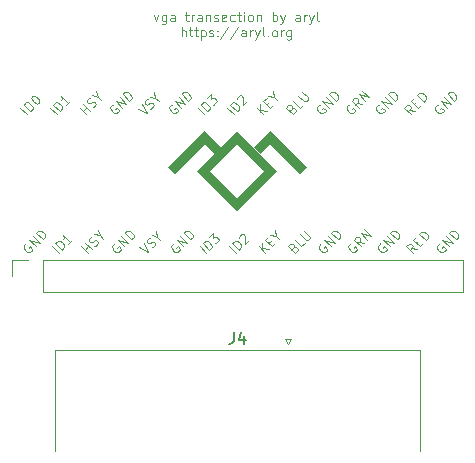
<source format=gbr>
%TF.GenerationSoftware,KiCad,Pcbnew,9.0.1*%
%TF.CreationDate,2025-10-18T13:32:14+03:00*%
%TF.ProjectId,transection-vga,7472616e-7365-4637-9469-6f6e2d766761,rev?*%
%TF.SameCoordinates,Original*%
%TF.FileFunction,Legend,Top*%
%TF.FilePolarity,Positive*%
%FSLAX46Y46*%
G04 Gerber Fmt 4.6, Leading zero omitted, Abs format (unit mm)*
G04 Created by KiCad (PCBNEW 9.0.1) date 2025-10-18 13:32:14*
%MOMM*%
%LPD*%
G01*
G04 APERTURE LIST*
%ADD10C,0.100000*%
%ADD11C,0.150000*%
%ADD12C,0.120000*%
%ADD13C,0.000000*%
G04 APERTURE END LIST*
D10*
X135537815Y-92495887D02*
X134972130Y-91930201D01*
X135807189Y-92226513D02*
X135241504Y-91660827D01*
X135241504Y-91660827D02*
X135376191Y-91526140D01*
X135376191Y-91526140D02*
X135483940Y-91472266D01*
X135483940Y-91472266D02*
X135591690Y-91472266D01*
X135591690Y-91472266D02*
X135672502Y-91499203D01*
X135672502Y-91499203D02*
X135807189Y-91580015D01*
X135807189Y-91580015D02*
X135888001Y-91660827D01*
X135888001Y-91660827D02*
X135968813Y-91795514D01*
X135968813Y-91795514D02*
X135995751Y-91876327D01*
X135995751Y-91876327D02*
X135995751Y-91984076D01*
X135995751Y-91984076D02*
X135941876Y-92091826D01*
X135941876Y-92091826D02*
X135807189Y-92226513D01*
X135834126Y-91175954D02*
X135834126Y-91122079D01*
X135834126Y-91122079D02*
X135861064Y-91041267D01*
X135861064Y-91041267D02*
X135995751Y-90906580D01*
X135995751Y-90906580D02*
X136076563Y-90879643D01*
X136076563Y-90879643D02*
X136130438Y-90879643D01*
X136130438Y-90879643D02*
X136211250Y-90906580D01*
X136211250Y-90906580D02*
X136265125Y-90960455D01*
X136265125Y-90960455D02*
X136319000Y-91068205D01*
X136319000Y-91068205D02*
X136319000Y-91714702D01*
X136319000Y-91714702D02*
X136669186Y-91364516D01*
X150861064Y-92172638D02*
X150403128Y-92091826D01*
X150537815Y-92495887D02*
X149972130Y-91930201D01*
X149972130Y-91930201D02*
X150187629Y-91714702D01*
X150187629Y-91714702D02*
X150268441Y-91687765D01*
X150268441Y-91687765D02*
X150322316Y-91687765D01*
X150322316Y-91687765D02*
X150403128Y-91714702D01*
X150403128Y-91714702D02*
X150483940Y-91795514D01*
X150483940Y-91795514D02*
X150510878Y-91876326D01*
X150510878Y-91876326D02*
X150510878Y-91930201D01*
X150510878Y-91930201D02*
X150483940Y-92011013D01*
X150483940Y-92011013D02*
X150268441Y-92226513D01*
X150807189Y-91633890D02*
X150995751Y-91445328D01*
X151372875Y-91660827D02*
X151103501Y-91930201D01*
X151103501Y-91930201D02*
X150537815Y-91364516D01*
X150537815Y-91364516D02*
X150807189Y-91095142D01*
X151615312Y-91418390D02*
X151049626Y-90852705D01*
X151049626Y-90852705D02*
X151184313Y-90718018D01*
X151184313Y-90718018D02*
X151292063Y-90664143D01*
X151292063Y-90664143D02*
X151399812Y-90664143D01*
X151399812Y-90664143D02*
X151480625Y-90691080D01*
X151480625Y-90691080D02*
X151615312Y-90771893D01*
X151615312Y-90771893D02*
X151696124Y-90852705D01*
X151696124Y-90852705D02*
X151776936Y-90987392D01*
X151776936Y-90987392D02*
X151803873Y-91068204D01*
X151803873Y-91068204D02*
X151803873Y-91175954D01*
X151803873Y-91175954D02*
X151749999Y-91283703D01*
X151749999Y-91283703D02*
X151615312Y-91418390D01*
X140430066Y-92011013D02*
X140537815Y-91957139D01*
X140537815Y-91957139D02*
X140591690Y-91957139D01*
X140591690Y-91957139D02*
X140672502Y-91984076D01*
X140672502Y-91984076D02*
X140753314Y-92064888D01*
X140753314Y-92064888D02*
X140780252Y-92145700D01*
X140780252Y-92145700D02*
X140780252Y-92199575D01*
X140780252Y-92199575D02*
X140753314Y-92280387D01*
X140753314Y-92280387D02*
X140537815Y-92495887D01*
X140537815Y-92495887D02*
X139972130Y-91930201D01*
X139972130Y-91930201D02*
X140160692Y-91741639D01*
X140160692Y-91741639D02*
X140241504Y-91714702D01*
X140241504Y-91714702D02*
X140295379Y-91714702D01*
X140295379Y-91714702D02*
X140376191Y-91741639D01*
X140376191Y-91741639D02*
X140430066Y-91795514D01*
X140430066Y-91795514D02*
X140457003Y-91876326D01*
X140457003Y-91876326D02*
X140457003Y-91930201D01*
X140457003Y-91930201D02*
X140430066Y-92011013D01*
X140430066Y-92011013D02*
X140241504Y-92199575D01*
X141372875Y-91660827D02*
X141103501Y-91930201D01*
X141103501Y-91930201D02*
X140537815Y-91364516D01*
X140995751Y-90906580D02*
X141453687Y-91364516D01*
X141453687Y-91364516D02*
X141534499Y-91391453D01*
X141534499Y-91391453D02*
X141588374Y-91391453D01*
X141588374Y-91391453D02*
X141669186Y-91364516D01*
X141669186Y-91364516D02*
X141776936Y-91256766D01*
X141776936Y-91256766D02*
X141803873Y-91175954D01*
X141803873Y-91175954D02*
X141803873Y-91122079D01*
X141803873Y-91122079D02*
X141776936Y-91041267D01*
X141776936Y-91041267D02*
X141319000Y-90583331D01*
X138198300Y-104245887D02*
X137632615Y-103680201D01*
X138521549Y-103922638D02*
X137955864Y-103841826D01*
X137955864Y-103356952D02*
X137955864Y-104003450D01*
X138467674Y-103383890D02*
X138656236Y-103195328D01*
X139033360Y-103410827D02*
X138763986Y-103680201D01*
X138763986Y-103680201D02*
X138198300Y-103114516D01*
X138198300Y-103114516D02*
X138467674Y-102845142D01*
X139114172Y-102791267D02*
X139383546Y-103060641D01*
X138629299Y-102683517D02*
X139114172Y-102791267D01*
X139114172Y-102791267D02*
X139006423Y-102306393D01*
X152955864Y-103410827D02*
X152875051Y-103437765D01*
X152875051Y-103437765D02*
X152794239Y-103518577D01*
X152794239Y-103518577D02*
X152740364Y-103626326D01*
X152740364Y-103626326D02*
X152740364Y-103734076D01*
X152740364Y-103734076D02*
X152767302Y-103814888D01*
X152767302Y-103814888D02*
X152848114Y-103949575D01*
X152848114Y-103949575D02*
X152928926Y-104030387D01*
X152928926Y-104030387D02*
X153063613Y-104111200D01*
X153063613Y-104111200D02*
X153144425Y-104138137D01*
X153144425Y-104138137D02*
X153252175Y-104138137D01*
X153252175Y-104138137D02*
X153359925Y-104084262D01*
X153359925Y-104084262D02*
X153413799Y-104030387D01*
X153413799Y-104030387D02*
X153467674Y-103922638D01*
X153467674Y-103922638D02*
X153467674Y-103868763D01*
X153467674Y-103868763D02*
X153279112Y-103680201D01*
X153279112Y-103680201D02*
X153171363Y-103787951D01*
X153763986Y-103680201D02*
X153198300Y-103114516D01*
X153198300Y-103114516D02*
X154087235Y-103356952D01*
X154087235Y-103356952D02*
X153521549Y-102791267D01*
X154356608Y-103087578D02*
X153790923Y-102521893D01*
X153790923Y-102521893D02*
X153925610Y-102387206D01*
X153925610Y-102387206D02*
X154033360Y-102333331D01*
X154033360Y-102333331D02*
X154141109Y-102333331D01*
X154141109Y-102333331D02*
X154221921Y-102360269D01*
X154221921Y-102360269D02*
X154356608Y-102441081D01*
X154356608Y-102441081D02*
X154437421Y-102521893D01*
X154437421Y-102521893D02*
X154518233Y-102656580D01*
X154518233Y-102656580D02*
X154545170Y-102737392D01*
X154545170Y-102737392D02*
X154545170Y-102845142D01*
X154545170Y-102845142D02*
X154491295Y-102952891D01*
X154491295Y-102952891D02*
X154356608Y-103087578D01*
X123198300Y-104245887D02*
X122632615Y-103680201D01*
X122901989Y-103949575D02*
X123225238Y-103626326D01*
X123521549Y-103922638D02*
X122955864Y-103356952D01*
X123737048Y-103653264D02*
X123844798Y-103599389D01*
X123844798Y-103599389D02*
X123979485Y-103464702D01*
X123979485Y-103464702D02*
X124006422Y-103383890D01*
X124006422Y-103383890D02*
X124006422Y-103330015D01*
X124006422Y-103330015D02*
X123979485Y-103249203D01*
X123979485Y-103249203D02*
X123925610Y-103195328D01*
X123925610Y-103195328D02*
X123844798Y-103168391D01*
X123844798Y-103168391D02*
X123790923Y-103168391D01*
X123790923Y-103168391D02*
X123710111Y-103195328D01*
X123710111Y-103195328D02*
X123575424Y-103276140D01*
X123575424Y-103276140D02*
X123494612Y-103303078D01*
X123494612Y-103303078D02*
X123440737Y-103303078D01*
X123440737Y-103303078D02*
X123359925Y-103276140D01*
X123359925Y-103276140D02*
X123306050Y-103222265D01*
X123306050Y-103222265D02*
X123279112Y-103141453D01*
X123279112Y-103141453D02*
X123279112Y-103087578D01*
X123279112Y-103087578D02*
X123306050Y-103006766D01*
X123306050Y-103006766D02*
X123440737Y-102872079D01*
X123440737Y-102872079D02*
X123548486Y-102818204D01*
X124168047Y-102737392D02*
X124437421Y-103006766D01*
X123683173Y-102629642D02*
X124168047Y-102737392D01*
X124168047Y-102737392D02*
X124060297Y-102252519D01*
X147955864Y-103410827D02*
X147875051Y-103437765D01*
X147875051Y-103437765D02*
X147794239Y-103518577D01*
X147794239Y-103518577D02*
X147740364Y-103626326D01*
X147740364Y-103626326D02*
X147740364Y-103734076D01*
X147740364Y-103734076D02*
X147767302Y-103814888D01*
X147767302Y-103814888D02*
X147848114Y-103949575D01*
X147848114Y-103949575D02*
X147928926Y-104030387D01*
X147928926Y-104030387D02*
X148063613Y-104111200D01*
X148063613Y-104111200D02*
X148144425Y-104138137D01*
X148144425Y-104138137D02*
X148252175Y-104138137D01*
X148252175Y-104138137D02*
X148359925Y-104084262D01*
X148359925Y-104084262D02*
X148413799Y-104030387D01*
X148413799Y-104030387D02*
X148467674Y-103922638D01*
X148467674Y-103922638D02*
X148467674Y-103868763D01*
X148467674Y-103868763D02*
X148279112Y-103680201D01*
X148279112Y-103680201D02*
X148171363Y-103787951D01*
X148763986Y-103680201D02*
X148198300Y-103114516D01*
X148198300Y-103114516D02*
X149087235Y-103356952D01*
X149087235Y-103356952D02*
X148521549Y-102791267D01*
X149356608Y-103087578D02*
X148790923Y-102521893D01*
X148790923Y-102521893D02*
X148925610Y-102387206D01*
X148925610Y-102387206D02*
X149033360Y-102333331D01*
X149033360Y-102333331D02*
X149141109Y-102333331D01*
X149141109Y-102333331D02*
X149221921Y-102360269D01*
X149221921Y-102360269D02*
X149356608Y-102441081D01*
X149356608Y-102441081D02*
X149437421Y-102521893D01*
X149437421Y-102521893D02*
X149518233Y-102656580D01*
X149518233Y-102656580D02*
X149545170Y-102737392D01*
X149545170Y-102737392D02*
X149545170Y-102845142D01*
X149545170Y-102845142D02*
X149491295Y-102952891D01*
X149491295Y-102952891D02*
X149356608Y-103087578D01*
X130455864Y-103410827D02*
X130375051Y-103437765D01*
X130375051Y-103437765D02*
X130294239Y-103518577D01*
X130294239Y-103518577D02*
X130240364Y-103626326D01*
X130240364Y-103626326D02*
X130240364Y-103734076D01*
X130240364Y-103734076D02*
X130267302Y-103814888D01*
X130267302Y-103814888D02*
X130348114Y-103949575D01*
X130348114Y-103949575D02*
X130428926Y-104030387D01*
X130428926Y-104030387D02*
X130563613Y-104111200D01*
X130563613Y-104111200D02*
X130644425Y-104138137D01*
X130644425Y-104138137D02*
X130752175Y-104138137D01*
X130752175Y-104138137D02*
X130859925Y-104084262D01*
X130859925Y-104084262D02*
X130913799Y-104030387D01*
X130913799Y-104030387D02*
X130967674Y-103922638D01*
X130967674Y-103922638D02*
X130967674Y-103868763D01*
X130967674Y-103868763D02*
X130779112Y-103680201D01*
X130779112Y-103680201D02*
X130671363Y-103787951D01*
X131263986Y-103680201D02*
X130698300Y-103114516D01*
X130698300Y-103114516D02*
X131587235Y-103356952D01*
X131587235Y-103356952D02*
X131021549Y-102791267D01*
X131856608Y-103087578D02*
X131290923Y-102521893D01*
X131290923Y-102521893D02*
X131425610Y-102387206D01*
X131425610Y-102387206D02*
X131533360Y-102333331D01*
X131533360Y-102333331D02*
X131641109Y-102333331D01*
X131641109Y-102333331D02*
X131721921Y-102360269D01*
X131721921Y-102360269D02*
X131856608Y-102441081D01*
X131856608Y-102441081D02*
X131937421Y-102521893D01*
X131937421Y-102521893D02*
X132018233Y-102656580D01*
X132018233Y-102656580D02*
X132045170Y-102737392D01*
X132045170Y-102737392D02*
X132045170Y-102845142D01*
X132045170Y-102845142D02*
X131991295Y-102952891D01*
X131991295Y-102952891D02*
X131856608Y-103087578D01*
X117955864Y-103410827D02*
X117875051Y-103437765D01*
X117875051Y-103437765D02*
X117794239Y-103518577D01*
X117794239Y-103518577D02*
X117740364Y-103626326D01*
X117740364Y-103626326D02*
X117740364Y-103734076D01*
X117740364Y-103734076D02*
X117767302Y-103814888D01*
X117767302Y-103814888D02*
X117848114Y-103949575D01*
X117848114Y-103949575D02*
X117928926Y-104030387D01*
X117928926Y-104030387D02*
X118063613Y-104111200D01*
X118063613Y-104111200D02*
X118144425Y-104138137D01*
X118144425Y-104138137D02*
X118252175Y-104138137D01*
X118252175Y-104138137D02*
X118359925Y-104084262D01*
X118359925Y-104084262D02*
X118413799Y-104030387D01*
X118413799Y-104030387D02*
X118467674Y-103922638D01*
X118467674Y-103922638D02*
X118467674Y-103868763D01*
X118467674Y-103868763D02*
X118279112Y-103680201D01*
X118279112Y-103680201D02*
X118171363Y-103787951D01*
X118763986Y-103680201D02*
X118198300Y-103114516D01*
X118198300Y-103114516D02*
X119087235Y-103356952D01*
X119087235Y-103356952D02*
X118521549Y-102791267D01*
X119356608Y-103087578D02*
X118790923Y-102521893D01*
X118790923Y-102521893D02*
X118925610Y-102387206D01*
X118925610Y-102387206D02*
X119033360Y-102333331D01*
X119033360Y-102333331D02*
X119141109Y-102333331D01*
X119141109Y-102333331D02*
X119221921Y-102360269D01*
X119221921Y-102360269D02*
X119356608Y-102441081D01*
X119356608Y-102441081D02*
X119437421Y-102521893D01*
X119437421Y-102521893D02*
X119518233Y-102656580D01*
X119518233Y-102656580D02*
X119545170Y-102737392D01*
X119545170Y-102737392D02*
X119545170Y-102845142D01*
X119545170Y-102845142D02*
X119491295Y-102952891D01*
X119491295Y-102952891D02*
X119356608Y-103087578D01*
X142955864Y-103410827D02*
X142875051Y-103437765D01*
X142875051Y-103437765D02*
X142794239Y-103518577D01*
X142794239Y-103518577D02*
X142740364Y-103626326D01*
X142740364Y-103626326D02*
X142740364Y-103734076D01*
X142740364Y-103734076D02*
X142767302Y-103814888D01*
X142767302Y-103814888D02*
X142848114Y-103949575D01*
X142848114Y-103949575D02*
X142928926Y-104030387D01*
X142928926Y-104030387D02*
X143063613Y-104111200D01*
X143063613Y-104111200D02*
X143144425Y-104138137D01*
X143144425Y-104138137D02*
X143252175Y-104138137D01*
X143252175Y-104138137D02*
X143359925Y-104084262D01*
X143359925Y-104084262D02*
X143413799Y-104030387D01*
X143413799Y-104030387D02*
X143467674Y-103922638D01*
X143467674Y-103922638D02*
X143467674Y-103868763D01*
X143467674Y-103868763D02*
X143279112Y-103680201D01*
X143279112Y-103680201D02*
X143171363Y-103787951D01*
X143763986Y-103680201D02*
X143198300Y-103114516D01*
X143198300Y-103114516D02*
X144087235Y-103356952D01*
X144087235Y-103356952D02*
X143521549Y-102791267D01*
X144356608Y-103087578D02*
X143790923Y-102521893D01*
X143790923Y-102521893D02*
X143925610Y-102387206D01*
X143925610Y-102387206D02*
X144033360Y-102333331D01*
X144033360Y-102333331D02*
X144141109Y-102333331D01*
X144141109Y-102333331D02*
X144221921Y-102360269D01*
X144221921Y-102360269D02*
X144356608Y-102441081D01*
X144356608Y-102441081D02*
X144437421Y-102521893D01*
X144437421Y-102521893D02*
X144518233Y-102656580D01*
X144518233Y-102656580D02*
X144545170Y-102737392D01*
X144545170Y-102737392D02*
X144545170Y-102845142D01*
X144545170Y-102845142D02*
X144491295Y-102952891D01*
X144491295Y-102952891D02*
X144356608Y-103087578D01*
X123037815Y-92495887D02*
X122472130Y-91930201D01*
X122741504Y-92199575D02*
X123064753Y-91876326D01*
X123361064Y-92172638D02*
X122795379Y-91606952D01*
X123576563Y-91903264D02*
X123684313Y-91849389D01*
X123684313Y-91849389D02*
X123819000Y-91714702D01*
X123819000Y-91714702D02*
X123845937Y-91633890D01*
X123845937Y-91633890D02*
X123845937Y-91580015D01*
X123845937Y-91580015D02*
X123819000Y-91499203D01*
X123819000Y-91499203D02*
X123765125Y-91445328D01*
X123765125Y-91445328D02*
X123684313Y-91418391D01*
X123684313Y-91418391D02*
X123630438Y-91418391D01*
X123630438Y-91418391D02*
X123549626Y-91445328D01*
X123549626Y-91445328D02*
X123414939Y-91526140D01*
X123414939Y-91526140D02*
X123334127Y-91553078D01*
X123334127Y-91553078D02*
X123280252Y-91553078D01*
X123280252Y-91553078D02*
X123199440Y-91526140D01*
X123199440Y-91526140D02*
X123145565Y-91472265D01*
X123145565Y-91472265D02*
X123118627Y-91391453D01*
X123118627Y-91391453D02*
X123118627Y-91337578D01*
X123118627Y-91337578D02*
X123145565Y-91256766D01*
X123145565Y-91256766D02*
X123280252Y-91122079D01*
X123280252Y-91122079D02*
X123388001Y-91068204D01*
X124007562Y-90987392D02*
X124276936Y-91256766D01*
X123522688Y-90879642D02*
X124007562Y-90987392D01*
X124007562Y-90987392D02*
X123899812Y-90502519D01*
X145295379Y-91660827D02*
X145214566Y-91687765D01*
X145214566Y-91687765D02*
X145133754Y-91768577D01*
X145133754Y-91768577D02*
X145079879Y-91876326D01*
X145079879Y-91876326D02*
X145079879Y-91984076D01*
X145079879Y-91984076D02*
X145106817Y-92064888D01*
X145106817Y-92064888D02*
X145187629Y-92199575D01*
X145187629Y-92199575D02*
X145268441Y-92280387D01*
X145268441Y-92280387D02*
X145403128Y-92361200D01*
X145403128Y-92361200D02*
X145483940Y-92388137D01*
X145483940Y-92388137D02*
X145591690Y-92388137D01*
X145591690Y-92388137D02*
X145699440Y-92334262D01*
X145699440Y-92334262D02*
X145753314Y-92280387D01*
X145753314Y-92280387D02*
X145807189Y-92172638D01*
X145807189Y-92172638D02*
X145807189Y-92118763D01*
X145807189Y-92118763D02*
X145618627Y-91930201D01*
X145618627Y-91930201D02*
X145510878Y-92037951D01*
X146426750Y-91606952D02*
X145968814Y-91526140D01*
X146103501Y-91930201D02*
X145537815Y-91364516D01*
X145537815Y-91364516D02*
X145753314Y-91149017D01*
X145753314Y-91149017D02*
X145834127Y-91122079D01*
X145834127Y-91122079D02*
X145888001Y-91122079D01*
X145888001Y-91122079D02*
X145968814Y-91149017D01*
X145968814Y-91149017D02*
X146049626Y-91229829D01*
X146049626Y-91229829D02*
X146076563Y-91310641D01*
X146076563Y-91310641D02*
X146076563Y-91364516D01*
X146076563Y-91364516D02*
X146049626Y-91445328D01*
X146049626Y-91445328D02*
X145834127Y-91660827D01*
X146669186Y-91364516D02*
X146103501Y-90798830D01*
X146103501Y-90798830D02*
X146992435Y-91041267D01*
X146992435Y-91041267D02*
X146426750Y-90475581D01*
X140590551Y-103761013D02*
X140698300Y-103707139D01*
X140698300Y-103707139D02*
X140752175Y-103707139D01*
X140752175Y-103707139D02*
X140832987Y-103734076D01*
X140832987Y-103734076D02*
X140913799Y-103814888D01*
X140913799Y-103814888D02*
X140940737Y-103895700D01*
X140940737Y-103895700D02*
X140940737Y-103949575D01*
X140940737Y-103949575D02*
X140913799Y-104030387D01*
X140913799Y-104030387D02*
X140698300Y-104245887D01*
X140698300Y-104245887D02*
X140132615Y-103680201D01*
X140132615Y-103680201D02*
X140321177Y-103491639D01*
X140321177Y-103491639D02*
X140401989Y-103464702D01*
X140401989Y-103464702D02*
X140455864Y-103464702D01*
X140455864Y-103464702D02*
X140536676Y-103491639D01*
X140536676Y-103491639D02*
X140590551Y-103545514D01*
X140590551Y-103545514D02*
X140617488Y-103626326D01*
X140617488Y-103626326D02*
X140617488Y-103680201D01*
X140617488Y-103680201D02*
X140590551Y-103761013D01*
X140590551Y-103761013D02*
X140401989Y-103949575D01*
X141533360Y-103410827D02*
X141263986Y-103680201D01*
X141263986Y-103680201D02*
X140698300Y-103114516D01*
X141156236Y-102656580D02*
X141614172Y-103114516D01*
X141614172Y-103114516D02*
X141694984Y-103141453D01*
X141694984Y-103141453D02*
X141748859Y-103141453D01*
X141748859Y-103141453D02*
X141829671Y-103114516D01*
X141829671Y-103114516D02*
X141937421Y-103006766D01*
X141937421Y-103006766D02*
X141964358Y-102925954D01*
X141964358Y-102925954D02*
X141964358Y-102872079D01*
X141964358Y-102872079D02*
X141937421Y-102791267D01*
X141937421Y-102791267D02*
X141479485Y-102333331D01*
X138037815Y-92495887D02*
X137472130Y-91930201D01*
X138361064Y-92172638D02*
X137795379Y-92091826D01*
X137795379Y-91606952D02*
X137795379Y-92253450D01*
X138307189Y-91633890D02*
X138495751Y-91445328D01*
X138872875Y-91660827D02*
X138603501Y-91930201D01*
X138603501Y-91930201D02*
X138037815Y-91364516D01*
X138037815Y-91364516D02*
X138307189Y-91095142D01*
X138953687Y-91041267D02*
X139223061Y-91310641D01*
X138468814Y-90933517D02*
X138953687Y-91041267D01*
X138953687Y-91041267D02*
X138845938Y-90556393D01*
X130295379Y-91660827D02*
X130214566Y-91687765D01*
X130214566Y-91687765D02*
X130133754Y-91768577D01*
X130133754Y-91768577D02*
X130079879Y-91876326D01*
X130079879Y-91876326D02*
X130079879Y-91984076D01*
X130079879Y-91984076D02*
X130106817Y-92064888D01*
X130106817Y-92064888D02*
X130187629Y-92199575D01*
X130187629Y-92199575D02*
X130268441Y-92280387D01*
X130268441Y-92280387D02*
X130403128Y-92361200D01*
X130403128Y-92361200D02*
X130483940Y-92388137D01*
X130483940Y-92388137D02*
X130591690Y-92388137D01*
X130591690Y-92388137D02*
X130699440Y-92334262D01*
X130699440Y-92334262D02*
X130753314Y-92280387D01*
X130753314Y-92280387D02*
X130807189Y-92172638D01*
X130807189Y-92172638D02*
X130807189Y-92118763D01*
X130807189Y-92118763D02*
X130618627Y-91930201D01*
X130618627Y-91930201D02*
X130510878Y-92037951D01*
X131103501Y-91930201D02*
X130537815Y-91364516D01*
X130537815Y-91364516D02*
X131426750Y-91606952D01*
X131426750Y-91606952D02*
X130861064Y-91041267D01*
X131696123Y-91337578D02*
X131130438Y-90771893D01*
X131130438Y-90771893D02*
X131265125Y-90637206D01*
X131265125Y-90637206D02*
X131372875Y-90583331D01*
X131372875Y-90583331D02*
X131480624Y-90583331D01*
X131480624Y-90583331D02*
X131561436Y-90610269D01*
X131561436Y-90610269D02*
X131696123Y-90691081D01*
X131696123Y-90691081D02*
X131776936Y-90771893D01*
X131776936Y-90771893D02*
X131857748Y-90906580D01*
X131857748Y-90906580D02*
X131884685Y-90987392D01*
X131884685Y-90987392D02*
X131884685Y-91095142D01*
X131884685Y-91095142D02*
X131830810Y-91202891D01*
X131830810Y-91202891D02*
X131696123Y-91337578D01*
X127391318Y-92011013D02*
X128145565Y-92388137D01*
X128145565Y-92388137D02*
X127768441Y-91633890D01*
X128468813Y-92011014D02*
X128576563Y-91957139D01*
X128576563Y-91957139D02*
X128711250Y-91822452D01*
X128711250Y-91822452D02*
X128738188Y-91741640D01*
X128738188Y-91741640D02*
X128738188Y-91687765D01*
X128738188Y-91687765D02*
X128711250Y-91606953D01*
X128711250Y-91606953D02*
X128657375Y-91553078D01*
X128657375Y-91553078D02*
X128576563Y-91526140D01*
X128576563Y-91526140D02*
X128522688Y-91526140D01*
X128522688Y-91526140D02*
X128441876Y-91553078D01*
X128441876Y-91553078D02*
X128307189Y-91633890D01*
X128307189Y-91633890D02*
X128226377Y-91660827D01*
X128226377Y-91660827D02*
X128172502Y-91660827D01*
X128172502Y-91660827D02*
X128091690Y-91633890D01*
X128091690Y-91633890D02*
X128037815Y-91580015D01*
X128037815Y-91580015D02*
X128010878Y-91499203D01*
X128010878Y-91499203D02*
X128010878Y-91445328D01*
X128010878Y-91445328D02*
X128037815Y-91364516D01*
X128037815Y-91364516D02*
X128172502Y-91229829D01*
X128172502Y-91229829D02*
X128280252Y-91175954D01*
X128899812Y-91095142D02*
X129169186Y-91364516D01*
X128414939Y-90987392D02*
X128899812Y-91095142D01*
X128899812Y-91095142D02*
X128792062Y-90610269D01*
X120537815Y-92495887D02*
X119972130Y-91930201D01*
X120807189Y-92226513D02*
X120241504Y-91660827D01*
X120241504Y-91660827D02*
X120376191Y-91526140D01*
X120376191Y-91526140D02*
X120483940Y-91472266D01*
X120483940Y-91472266D02*
X120591690Y-91472266D01*
X120591690Y-91472266D02*
X120672502Y-91499203D01*
X120672502Y-91499203D02*
X120807189Y-91580015D01*
X120807189Y-91580015D02*
X120888001Y-91660827D01*
X120888001Y-91660827D02*
X120968813Y-91795514D01*
X120968813Y-91795514D02*
X120995751Y-91876327D01*
X120995751Y-91876327D02*
X120995751Y-91984076D01*
X120995751Y-91984076D02*
X120941876Y-92091826D01*
X120941876Y-92091826D02*
X120807189Y-92226513D01*
X121669186Y-91364516D02*
X121345937Y-91687765D01*
X121507561Y-91526140D02*
X120941876Y-90960455D01*
X120941876Y-90960455D02*
X120968813Y-91095142D01*
X120968813Y-91095142D02*
X120968813Y-91202892D01*
X120968813Y-91202892D02*
X120941876Y-91283704D01*
X125295379Y-91660827D02*
X125214566Y-91687765D01*
X125214566Y-91687765D02*
X125133754Y-91768577D01*
X125133754Y-91768577D02*
X125079879Y-91876326D01*
X125079879Y-91876326D02*
X125079879Y-91984076D01*
X125079879Y-91984076D02*
X125106817Y-92064888D01*
X125106817Y-92064888D02*
X125187629Y-92199575D01*
X125187629Y-92199575D02*
X125268441Y-92280387D01*
X125268441Y-92280387D02*
X125403128Y-92361200D01*
X125403128Y-92361200D02*
X125483940Y-92388137D01*
X125483940Y-92388137D02*
X125591690Y-92388137D01*
X125591690Y-92388137D02*
X125699440Y-92334262D01*
X125699440Y-92334262D02*
X125753314Y-92280387D01*
X125753314Y-92280387D02*
X125807189Y-92172638D01*
X125807189Y-92172638D02*
X125807189Y-92118763D01*
X125807189Y-92118763D02*
X125618627Y-91930201D01*
X125618627Y-91930201D02*
X125510878Y-92037951D01*
X126103501Y-91930201D02*
X125537815Y-91364516D01*
X125537815Y-91364516D02*
X126426750Y-91606952D01*
X126426750Y-91606952D02*
X125861064Y-91041267D01*
X126696123Y-91337578D02*
X126130438Y-90771893D01*
X126130438Y-90771893D02*
X126265125Y-90637206D01*
X126265125Y-90637206D02*
X126372875Y-90583331D01*
X126372875Y-90583331D02*
X126480624Y-90583331D01*
X126480624Y-90583331D02*
X126561436Y-90610269D01*
X126561436Y-90610269D02*
X126696123Y-90691081D01*
X126696123Y-90691081D02*
X126776936Y-90771893D01*
X126776936Y-90771893D02*
X126857748Y-90906580D01*
X126857748Y-90906580D02*
X126884685Y-90987392D01*
X126884685Y-90987392D02*
X126884685Y-91095142D01*
X126884685Y-91095142D02*
X126830810Y-91202891D01*
X126830810Y-91202891D02*
X126696123Y-91337578D01*
X128778569Y-84075606D02*
X128969045Y-84608940D01*
X128969045Y-84608940D02*
X129159522Y-84075606D01*
X129807141Y-84075606D02*
X129807141Y-84723225D01*
X129807141Y-84723225D02*
X129769046Y-84799416D01*
X129769046Y-84799416D02*
X129730950Y-84837511D01*
X129730950Y-84837511D02*
X129654760Y-84875606D01*
X129654760Y-84875606D02*
X129540474Y-84875606D01*
X129540474Y-84875606D02*
X129464284Y-84837511D01*
X129807141Y-84570845D02*
X129730950Y-84608940D01*
X129730950Y-84608940D02*
X129578569Y-84608940D01*
X129578569Y-84608940D02*
X129502379Y-84570845D01*
X129502379Y-84570845D02*
X129464284Y-84532749D01*
X129464284Y-84532749D02*
X129426188Y-84456559D01*
X129426188Y-84456559D02*
X129426188Y-84227987D01*
X129426188Y-84227987D02*
X129464284Y-84151797D01*
X129464284Y-84151797D02*
X129502379Y-84113702D01*
X129502379Y-84113702D02*
X129578569Y-84075606D01*
X129578569Y-84075606D02*
X129730950Y-84075606D01*
X129730950Y-84075606D02*
X129807141Y-84113702D01*
X130530951Y-84608940D02*
X130530951Y-84189892D01*
X130530951Y-84189892D02*
X130492856Y-84113702D01*
X130492856Y-84113702D02*
X130416665Y-84075606D01*
X130416665Y-84075606D02*
X130264284Y-84075606D01*
X130264284Y-84075606D02*
X130188094Y-84113702D01*
X130530951Y-84570845D02*
X130454760Y-84608940D01*
X130454760Y-84608940D02*
X130264284Y-84608940D01*
X130264284Y-84608940D02*
X130188094Y-84570845D01*
X130188094Y-84570845D02*
X130149998Y-84494654D01*
X130149998Y-84494654D02*
X130149998Y-84418464D01*
X130149998Y-84418464D02*
X130188094Y-84342273D01*
X130188094Y-84342273D02*
X130264284Y-84304178D01*
X130264284Y-84304178D02*
X130454760Y-84304178D01*
X130454760Y-84304178D02*
X130530951Y-84266083D01*
X131407142Y-84075606D02*
X131711904Y-84075606D01*
X131521428Y-83808940D02*
X131521428Y-84494654D01*
X131521428Y-84494654D02*
X131559523Y-84570845D01*
X131559523Y-84570845D02*
X131635713Y-84608940D01*
X131635713Y-84608940D02*
X131711904Y-84608940D01*
X131978571Y-84608940D02*
X131978571Y-84075606D01*
X131978571Y-84227987D02*
X132016666Y-84151797D01*
X132016666Y-84151797D02*
X132054761Y-84113702D01*
X132054761Y-84113702D02*
X132130952Y-84075606D01*
X132130952Y-84075606D02*
X132207142Y-84075606D01*
X132816666Y-84608940D02*
X132816666Y-84189892D01*
X132816666Y-84189892D02*
X132778571Y-84113702D01*
X132778571Y-84113702D02*
X132702380Y-84075606D01*
X132702380Y-84075606D02*
X132549999Y-84075606D01*
X132549999Y-84075606D02*
X132473809Y-84113702D01*
X132816666Y-84570845D02*
X132740475Y-84608940D01*
X132740475Y-84608940D02*
X132549999Y-84608940D01*
X132549999Y-84608940D02*
X132473809Y-84570845D01*
X132473809Y-84570845D02*
X132435713Y-84494654D01*
X132435713Y-84494654D02*
X132435713Y-84418464D01*
X132435713Y-84418464D02*
X132473809Y-84342273D01*
X132473809Y-84342273D02*
X132549999Y-84304178D01*
X132549999Y-84304178D02*
X132740475Y-84304178D01*
X132740475Y-84304178D02*
X132816666Y-84266083D01*
X133197619Y-84075606D02*
X133197619Y-84608940D01*
X133197619Y-84151797D02*
X133235714Y-84113702D01*
X133235714Y-84113702D02*
X133311904Y-84075606D01*
X133311904Y-84075606D02*
X133426190Y-84075606D01*
X133426190Y-84075606D02*
X133502381Y-84113702D01*
X133502381Y-84113702D02*
X133540476Y-84189892D01*
X133540476Y-84189892D02*
X133540476Y-84608940D01*
X133883333Y-84570845D02*
X133959524Y-84608940D01*
X133959524Y-84608940D02*
X134111905Y-84608940D01*
X134111905Y-84608940D02*
X134188095Y-84570845D01*
X134188095Y-84570845D02*
X134226191Y-84494654D01*
X134226191Y-84494654D02*
X134226191Y-84456559D01*
X134226191Y-84456559D02*
X134188095Y-84380368D01*
X134188095Y-84380368D02*
X134111905Y-84342273D01*
X134111905Y-84342273D02*
X133997619Y-84342273D01*
X133997619Y-84342273D02*
X133921429Y-84304178D01*
X133921429Y-84304178D02*
X133883333Y-84227987D01*
X133883333Y-84227987D02*
X133883333Y-84189892D01*
X133883333Y-84189892D02*
X133921429Y-84113702D01*
X133921429Y-84113702D02*
X133997619Y-84075606D01*
X133997619Y-84075606D02*
X134111905Y-84075606D01*
X134111905Y-84075606D02*
X134188095Y-84113702D01*
X134873810Y-84570845D02*
X134797619Y-84608940D01*
X134797619Y-84608940D02*
X134645238Y-84608940D01*
X134645238Y-84608940D02*
X134569048Y-84570845D01*
X134569048Y-84570845D02*
X134530952Y-84494654D01*
X134530952Y-84494654D02*
X134530952Y-84189892D01*
X134530952Y-84189892D02*
X134569048Y-84113702D01*
X134569048Y-84113702D02*
X134645238Y-84075606D01*
X134645238Y-84075606D02*
X134797619Y-84075606D01*
X134797619Y-84075606D02*
X134873810Y-84113702D01*
X134873810Y-84113702D02*
X134911905Y-84189892D01*
X134911905Y-84189892D02*
X134911905Y-84266083D01*
X134911905Y-84266083D02*
X134530952Y-84342273D01*
X135597619Y-84570845D02*
X135521428Y-84608940D01*
X135521428Y-84608940D02*
X135369047Y-84608940D01*
X135369047Y-84608940D02*
X135292857Y-84570845D01*
X135292857Y-84570845D02*
X135254762Y-84532749D01*
X135254762Y-84532749D02*
X135216666Y-84456559D01*
X135216666Y-84456559D02*
X135216666Y-84227987D01*
X135216666Y-84227987D02*
X135254762Y-84151797D01*
X135254762Y-84151797D02*
X135292857Y-84113702D01*
X135292857Y-84113702D02*
X135369047Y-84075606D01*
X135369047Y-84075606D02*
X135521428Y-84075606D01*
X135521428Y-84075606D02*
X135597619Y-84113702D01*
X135826190Y-84075606D02*
X136130952Y-84075606D01*
X135940476Y-83808940D02*
X135940476Y-84494654D01*
X135940476Y-84494654D02*
X135978571Y-84570845D01*
X135978571Y-84570845D02*
X136054761Y-84608940D01*
X136054761Y-84608940D02*
X136130952Y-84608940D01*
X136397619Y-84608940D02*
X136397619Y-84075606D01*
X136397619Y-83808940D02*
X136359523Y-83847035D01*
X136359523Y-83847035D02*
X136397619Y-83885130D01*
X136397619Y-83885130D02*
X136435714Y-83847035D01*
X136435714Y-83847035D02*
X136397619Y-83808940D01*
X136397619Y-83808940D02*
X136397619Y-83885130D01*
X136892856Y-84608940D02*
X136816666Y-84570845D01*
X136816666Y-84570845D02*
X136778571Y-84532749D01*
X136778571Y-84532749D02*
X136740475Y-84456559D01*
X136740475Y-84456559D02*
X136740475Y-84227987D01*
X136740475Y-84227987D02*
X136778571Y-84151797D01*
X136778571Y-84151797D02*
X136816666Y-84113702D01*
X136816666Y-84113702D02*
X136892856Y-84075606D01*
X136892856Y-84075606D02*
X137007142Y-84075606D01*
X137007142Y-84075606D02*
X137083333Y-84113702D01*
X137083333Y-84113702D02*
X137121428Y-84151797D01*
X137121428Y-84151797D02*
X137159523Y-84227987D01*
X137159523Y-84227987D02*
X137159523Y-84456559D01*
X137159523Y-84456559D02*
X137121428Y-84532749D01*
X137121428Y-84532749D02*
X137083333Y-84570845D01*
X137083333Y-84570845D02*
X137007142Y-84608940D01*
X137007142Y-84608940D02*
X136892856Y-84608940D01*
X137502381Y-84075606D02*
X137502381Y-84608940D01*
X137502381Y-84151797D02*
X137540476Y-84113702D01*
X137540476Y-84113702D02*
X137616666Y-84075606D01*
X137616666Y-84075606D02*
X137730952Y-84075606D01*
X137730952Y-84075606D02*
X137807143Y-84113702D01*
X137807143Y-84113702D02*
X137845238Y-84189892D01*
X137845238Y-84189892D02*
X137845238Y-84608940D01*
X138835715Y-84608940D02*
X138835715Y-83808940D01*
X138835715Y-84113702D02*
X138911905Y-84075606D01*
X138911905Y-84075606D02*
X139064286Y-84075606D01*
X139064286Y-84075606D02*
X139140477Y-84113702D01*
X139140477Y-84113702D02*
X139178572Y-84151797D01*
X139178572Y-84151797D02*
X139216667Y-84227987D01*
X139216667Y-84227987D02*
X139216667Y-84456559D01*
X139216667Y-84456559D02*
X139178572Y-84532749D01*
X139178572Y-84532749D02*
X139140477Y-84570845D01*
X139140477Y-84570845D02*
X139064286Y-84608940D01*
X139064286Y-84608940D02*
X138911905Y-84608940D01*
X138911905Y-84608940D02*
X138835715Y-84570845D01*
X139483334Y-84075606D02*
X139673810Y-84608940D01*
X139864287Y-84075606D02*
X139673810Y-84608940D01*
X139673810Y-84608940D02*
X139597620Y-84799416D01*
X139597620Y-84799416D02*
X139559525Y-84837511D01*
X139559525Y-84837511D02*
X139483334Y-84875606D01*
X141121430Y-84608940D02*
X141121430Y-84189892D01*
X141121430Y-84189892D02*
X141083335Y-84113702D01*
X141083335Y-84113702D02*
X141007144Y-84075606D01*
X141007144Y-84075606D02*
X140854763Y-84075606D01*
X140854763Y-84075606D02*
X140778573Y-84113702D01*
X141121430Y-84570845D02*
X141045239Y-84608940D01*
X141045239Y-84608940D02*
X140854763Y-84608940D01*
X140854763Y-84608940D02*
X140778573Y-84570845D01*
X140778573Y-84570845D02*
X140740477Y-84494654D01*
X140740477Y-84494654D02*
X140740477Y-84418464D01*
X140740477Y-84418464D02*
X140778573Y-84342273D01*
X140778573Y-84342273D02*
X140854763Y-84304178D01*
X140854763Y-84304178D02*
X141045239Y-84304178D01*
X141045239Y-84304178D02*
X141121430Y-84266083D01*
X141502383Y-84608940D02*
X141502383Y-84075606D01*
X141502383Y-84227987D02*
X141540478Y-84151797D01*
X141540478Y-84151797D02*
X141578573Y-84113702D01*
X141578573Y-84113702D02*
X141654764Y-84075606D01*
X141654764Y-84075606D02*
X141730954Y-84075606D01*
X141921430Y-84075606D02*
X142111906Y-84608940D01*
X142302383Y-84075606D02*
X142111906Y-84608940D01*
X142111906Y-84608940D02*
X142035716Y-84799416D01*
X142035716Y-84799416D02*
X141997621Y-84837511D01*
X141997621Y-84837511D02*
X141921430Y-84875606D01*
X142721430Y-84608940D02*
X142645240Y-84570845D01*
X142645240Y-84570845D02*
X142607145Y-84494654D01*
X142607145Y-84494654D02*
X142607145Y-83808940D01*
X131121428Y-85896895D02*
X131121428Y-85096895D01*
X131464285Y-85896895D02*
X131464285Y-85477847D01*
X131464285Y-85477847D02*
X131426190Y-85401657D01*
X131426190Y-85401657D02*
X131349999Y-85363561D01*
X131349999Y-85363561D02*
X131235713Y-85363561D01*
X131235713Y-85363561D02*
X131159523Y-85401657D01*
X131159523Y-85401657D02*
X131121428Y-85439752D01*
X131730952Y-85363561D02*
X132035714Y-85363561D01*
X131845238Y-85096895D02*
X131845238Y-85782609D01*
X131845238Y-85782609D02*
X131883333Y-85858800D01*
X131883333Y-85858800D02*
X131959523Y-85896895D01*
X131959523Y-85896895D02*
X132035714Y-85896895D01*
X132188095Y-85363561D02*
X132492857Y-85363561D01*
X132302381Y-85096895D02*
X132302381Y-85782609D01*
X132302381Y-85782609D02*
X132340476Y-85858800D01*
X132340476Y-85858800D02*
X132416666Y-85896895D01*
X132416666Y-85896895D02*
X132492857Y-85896895D01*
X132759524Y-85363561D02*
X132759524Y-86163561D01*
X132759524Y-85401657D02*
X132835714Y-85363561D01*
X132835714Y-85363561D02*
X132988095Y-85363561D01*
X132988095Y-85363561D02*
X133064286Y-85401657D01*
X133064286Y-85401657D02*
X133102381Y-85439752D01*
X133102381Y-85439752D02*
X133140476Y-85515942D01*
X133140476Y-85515942D02*
X133140476Y-85744514D01*
X133140476Y-85744514D02*
X133102381Y-85820704D01*
X133102381Y-85820704D02*
X133064286Y-85858800D01*
X133064286Y-85858800D02*
X132988095Y-85896895D01*
X132988095Y-85896895D02*
X132835714Y-85896895D01*
X132835714Y-85896895D02*
X132759524Y-85858800D01*
X133445238Y-85858800D02*
X133521429Y-85896895D01*
X133521429Y-85896895D02*
X133673810Y-85896895D01*
X133673810Y-85896895D02*
X133750000Y-85858800D01*
X133750000Y-85858800D02*
X133788096Y-85782609D01*
X133788096Y-85782609D02*
X133788096Y-85744514D01*
X133788096Y-85744514D02*
X133750000Y-85668323D01*
X133750000Y-85668323D02*
X133673810Y-85630228D01*
X133673810Y-85630228D02*
X133559524Y-85630228D01*
X133559524Y-85630228D02*
X133483334Y-85592133D01*
X133483334Y-85592133D02*
X133445238Y-85515942D01*
X133445238Y-85515942D02*
X133445238Y-85477847D01*
X133445238Y-85477847D02*
X133483334Y-85401657D01*
X133483334Y-85401657D02*
X133559524Y-85363561D01*
X133559524Y-85363561D02*
X133673810Y-85363561D01*
X133673810Y-85363561D02*
X133750000Y-85401657D01*
X134130953Y-85820704D02*
X134169048Y-85858800D01*
X134169048Y-85858800D02*
X134130953Y-85896895D01*
X134130953Y-85896895D02*
X134092857Y-85858800D01*
X134092857Y-85858800D02*
X134130953Y-85820704D01*
X134130953Y-85820704D02*
X134130953Y-85896895D01*
X134130953Y-85401657D02*
X134169048Y-85439752D01*
X134169048Y-85439752D02*
X134130953Y-85477847D01*
X134130953Y-85477847D02*
X134092857Y-85439752D01*
X134092857Y-85439752D02*
X134130953Y-85401657D01*
X134130953Y-85401657D02*
X134130953Y-85477847D01*
X135083333Y-85058800D02*
X134397619Y-86087371D01*
X135921428Y-85058800D02*
X135235714Y-86087371D01*
X136530952Y-85896895D02*
X136530952Y-85477847D01*
X136530952Y-85477847D02*
X136492857Y-85401657D01*
X136492857Y-85401657D02*
X136416666Y-85363561D01*
X136416666Y-85363561D02*
X136264285Y-85363561D01*
X136264285Y-85363561D02*
X136188095Y-85401657D01*
X136530952Y-85858800D02*
X136454761Y-85896895D01*
X136454761Y-85896895D02*
X136264285Y-85896895D01*
X136264285Y-85896895D02*
X136188095Y-85858800D01*
X136188095Y-85858800D02*
X136149999Y-85782609D01*
X136149999Y-85782609D02*
X136149999Y-85706419D01*
X136149999Y-85706419D02*
X136188095Y-85630228D01*
X136188095Y-85630228D02*
X136264285Y-85592133D01*
X136264285Y-85592133D02*
X136454761Y-85592133D01*
X136454761Y-85592133D02*
X136530952Y-85554038D01*
X136911905Y-85896895D02*
X136911905Y-85363561D01*
X136911905Y-85515942D02*
X136950000Y-85439752D01*
X136950000Y-85439752D02*
X136988095Y-85401657D01*
X136988095Y-85401657D02*
X137064286Y-85363561D01*
X137064286Y-85363561D02*
X137140476Y-85363561D01*
X137330952Y-85363561D02*
X137521428Y-85896895D01*
X137711905Y-85363561D02*
X137521428Y-85896895D01*
X137521428Y-85896895D02*
X137445238Y-86087371D01*
X137445238Y-86087371D02*
X137407143Y-86125466D01*
X137407143Y-86125466D02*
X137330952Y-86163561D01*
X138130952Y-85896895D02*
X138054762Y-85858800D01*
X138054762Y-85858800D02*
X138016667Y-85782609D01*
X138016667Y-85782609D02*
X138016667Y-85096895D01*
X138435715Y-85820704D02*
X138473810Y-85858800D01*
X138473810Y-85858800D02*
X138435715Y-85896895D01*
X138435715Y-85896895D02*
X138397619Y-85858800D01*
X138397619Y-85858800D02*
X138435715Y-85820704D01*
X138435715Y-85820704D02*
X138435715Y-85896895D01*
X138930952Y-85896895D02*
X138854762Y-85858800D01*
X138854762Y-85858800D02*
X138816667Y-85820704D01*
X138816667Y-85820704D02*
X138778571Y-85744514D01*
X138778571Y-85744514D02*
X138778571Y-85515942D01*
X138778571Y-85515942D02*
X138816667Y-85439752D01*
X138816667Y-85439752D02*
X138854762Y-85401657D01*
X138854762Y-85401657D02*
X138930952Y-85363561D01*
X138930952Y-85363561D02*
X139045238Y-85363561D01*
X139045238Y-85363561D02*
X139121429Y-85401657D01*
X139121429Y-85401657D02*
X139159524Y-85439752D01*
X139159524Y-85439752D02*
X139197619Y-85515942D01*
X139197619Y-85515942D02*
X139197619Y-85744514D01*
X139197619Y-85744514D02*
X139159524Y-85820704D01*
X139159524Y-85820704D02*
X139121429Y-85858800D01*
X139121429Y-85858800D02*
X139045238Y-85896895D01*
X139045238Y-85896895D02*
X138930952Y-85896895D01*
X139540477Y-85896895D02*
X139540477Y-85363561D01*
X139540477Y-85515942D02*
X139578572Y-85439752D01*
X139578572Y-85439752D02*
X139616667Y-85401657D01*
X139616667Y-85401657D02*
X139692858Y-85363561D01*
X139692858Y-85363561D02*
X139769048Y-85363561D01*
X140378572Y-85363561D02*
X140378572Y-86011180D01*
X140378572Y-86011180D02*
X140340477Y-86087371D01*
X140340477Y-86087371D02*
X140302381Y-86125466D01*
X140302381Y-86125466D02*
X140226191Y-86163561D01*
X140226191Y-86163561D02*
X140111905Y-86163561D01*
X140111905Y-86163561D02*
X140035715Y-86125466D01*
X140378572Y-85858800D02*
X140302381Y-85896895D01*
X140302381Y-85896895D02*
X140150000Y-85896895D01*
X140150000Y-85896895D02*
X140073810Y-85858800D01*
X140073810Y-85858800D02*
X140035715Y-85820704D01*
X140035715Y-85820704D02*
X139997619Y-85744514D01*
X139997619Y-85744514D02*
X139997619Y-85515942D01*
X139997619Y-85515942D02*
X140035715Y-85439752D01*
X140035715Y-85439752D02*
X140073810Y-85401657D01*
X140073810Y-85401657D02*
X140150000Y-85363561D01*
X140150000Y-85363561D02*
X140302381Y-85363561D01*
X140302381Y-85363561D02*
X140378572Y-85401657D01*
X135698300Y-104245887D02*
X135132615Y-103680201D01*
X135967674Y-103976513D02*
X135401989Y-103410827D01*
X135401989Y-103410827D02*
X135536676Y-103276140D01*
X135536676Y-103276140D02*
X135644425Y-103222266D01*
X135644425Y-103222266D02*
X135752175Y-103222266D01*
X135752175Y-103222266D02*
X135832987Y-103249203D01*
X135832987Y-103249203D02*
X135967674Y-103330015D01*
X135967674Y-103330015D02*
X136048486Y-103410827D01*
X136048486Y-103410827D02*
X136129298Y-103545514D01*
X136129298Y-103545514D02*
X136156236Y-103626327D01*
X136156236Y-103626327D02*
X136156236Y-103734076D01*
X136156236Y-103734076D02*
X136102361Y-103841826D01*
X136102361Y-103841826D02*
X135967674Y-103976513D01*
X135994611Y-102925954D02*
X135994611Y-102872079D01*
X135994611Y-102872079D02*
X136021549Y-102791267D01*
X136021549Y-102791267D02*
X136156236Y-102656580D01*
X136156236Y-102656580D02*
X136237048Y-102629643D01*
X136237048Y-102629643D02*
X136290923Y-102629643D01*
X136290923Y-102629643D02*
X136371735Y-102656580D01*
X136371735Y-102656580D02*
X136425610Y-102710455D01*
X136425610Y-102710455D02*
X136479485Y-102818205D01*
X136479485Y-102818205D02*
X136479485Y-103464702D01*
X136479485Y-103464702D02*
X136829671Y-103114516D01*
X125455864Y-103410827D02*
X125375051Y-103437765D01*
X125375051Y-103437765D02*
X125294239Y-103518577D01*
X125294239Y-103518577D02*
X125240364Y-103626326D01*
X125240364Y-103626326D02*
X125240364Y-103734076D01*
X125240364Y-103734076D02*
X125267302Y-103814888D01*
X125267302Y-103814888D02*
X125348114Y-103949575D01*
X125348114Y-103949575D02*
X125428926Y-104030387D01*
X125428926Y-104030387D02*
X125563613Y-104111200D01*
X125563613Y-104111200D02*
X125644425Y-104138137D01*
X125644425Y-104138137D02*
X125752175Y-104138137D01*
X125752175Y-104138137D02*
X125859925Y-104084262D01*
X125859925Y-104084262D02*
X125913799Y-104030387D01*
X125913799Y-104030387D02*
X125967674Y-103922638D01*
X125967674Y-103922638D02*
X125967674Y-103868763D01*
X125967674Y-103868763D02*
X125779112Y-103680201D01*
X125779112Y-103680201D02*
X125671363Y-103787951D01*
X126263986Y-103680201D02*
X125698300Y-103114516D01*
X125698300Y-103114516D02*
X126587235Y-103356952D01*
X126587235Y-103356952D02*
X126021549Y-102791267D01*
X126856608Y-103087578D02*
X126290923Y-102521893D01*
X126290923Y-102521893D02*
X126425610Y-102387206D01*
X126425610Y-102387206D02*
X126533360Y-102333331D01*
X126533360Y-102333331D02*
X126641109Y-102333331D01*
X126641109Y-102333331D02*
X126721921Y-102360269D01*
X126721921Y-102360269D02*
X126856608Y-102441081D01*
X126856608Y-102441081D02*
X126937421Y-102521893D01*
X126937421Y-102521893D02*
X127018233Y-102656580D01*
X127018233Y-102656580D02*
X127045170Y-102737392D01*
X127045170Y-102737392D02*
X127045170Y-102845142D01*
X127045170Y-102845142D02*
X126991295Y-102952891D01*
X126991295Y-102952891D02*
X126856608Y-103087578D01*
X145455864Y-103410827D02*
X145375051Y-103437765D01*
X145375051Y-103437765D02*
X145294239Y-103518577D01*
X145294239Y-103518577D02*
X145240364Y-103626326D01*
X145240364Y-103626326D02*
X145240364Y-103734076D01*
X145240364Y-103734076D02*
X145267302Y-103814888D01*
X145267302Y-103814888D02*
X145348114Y-103949575D01*
X145348114Y-103949575D02*
X145428926Y-104030387D01*
X145428926Y-104030387D02*
X145563613Y-104111200D01*
X145563613Y-104111200D02*
X145644425Y-104138137D01*
X145644425Y-104138137D02*
X145752175Y-104138137D01*
X145752175Y-104138137D02*
X145859925Y-104084262D01*
X145859925Y-104084262D02*
X145913799Y-104030387D01*
X145913799Y-104030387D02*
X145967674Y-103922638D01*
X145967674Y-103922638D02*
X145967674Y-103868763D01*
X145967674Y-103868763D02*
X145779112Y-103680201D01*
X145779112Y-103680201D02*
X145671363Y-103787951D01*
X146587235Y-103356952D02*
X146129299Y-103276140D01*
X146263986Y-103680201D02*
X145698300Y-103114516D01*
X145698300Y-103114516D02*
X145913799Y-102899017D01*
X145913799Y-102899017D02*
X145994612Y-102872079D01*
X145994612Y-102872079D02*
X146048486Y-102872079D01*
X146048486Y-102872079D02*
X146129299Y-102899017D01*
X146129299Y-102899017D02*
X146210111Y-102979829D01*
X146210111Y-102979829D02*
X146237048Y-103060641D01*
X146237048Y-103060641D02*
X146237048Y-103114516D01*
X146237048Y-103114516D02*
X146210111Y-103195328D01*
X146210111Y-103195328D02*
X145994612Y-103410827D01*
X146829671Y-103114516D02*
X146263986Y-102548830D01*
X146263986Y-102548830D02*
X147152920Y-102791267D01*
X147152920Y-102791267D02*
X146587235Y-102225581D01*
X152795379Y-91660827D02*
X152714566Y-91687765D01*
X152714566Y-91687765D02*
X152633754Y-91768577D01*
X152633754Y-91768577D02*
X152579879Y-91876326D01*
X152579879Y-91876326D02*
X152579879Y-91984076D01*
X152579879Y-91984076D02*
X152606817Y-92064888D01*
X152606817Y-92064888D02*
X152687629Y-92199575D01*
X152687629Y-92199575D02*
X152768441Y-92280387D01*
X152768441Y-92280387D02*
X152903128Y-92361200D01*
X152903128Y-92361200D02*
X152983940Y-92388137D01*
X152983940Y-92388137D02*
X153091690Y-92388137D01*
X153091690Y-92388137D02*
X153199440Y-92334262D01*
X153199440Y-92334262D02*
X153253314Y-92280387D01*
X153253314Y-92280387D02*
X153307189Y-92172638D01*
X153307189Y-92172638D02*
X153307189Y-92118763D01*
X153307189Y-92118763D02*
X153118627Y-91930201D01*
X153118627Y-91930201D02*
X153010878Y-92037951D01*
X153603501Y-91930201D02*
X153037815Y-91364516D01*
X153037815Y-91364516D02*
X153926750Y-91606952D01*
X153926750Y-91606952D02*
X153361064Y-91041267D01*
X154196123Y-91337578D02*
X153630438Y-90771893D01*
X153630438Y-90771893D02*
X153765125Y-90637206D01*
X153765125Y-90637206D02*
X153872875Y-90583331D01*
X153872875Y-90583331D02*
X153980624Y-90583331D01*
X153980624Y-90583331D02*
X154061436Y-90610269D01*
X154061436Y-90610269D02*
X154196123Y-90691081D01*
X154196123Y-90691081D02*
X154276936Y-90771893D01*
X154276936Y-90771893D02*
X154357748Y-90906580D01*
X154357748Y-90906580D02*
X154384685Y-90987392D01*
X154384685Y-90987392D02*
X154384685Y-91095142D01*
X154384685Y-91095142D02*
X154330810Y-91202891D01*
X154330810Y-91202891D02*
X154196123Y-91337578D01*
X151021549Y-103922638D02*
X150563613Y-103841826D01*
X150698300Y-104245887D02*
X150132615Y-103680201D01*
X150132615Y-103680201D02*
X150348114Y-103464702D01*
X150348114Y-103464702D02*
X150428926Y-103437765D01*
X150428926Y-103437765D02*
X150482801Y-103437765D01*
X150482801Y-103437765D02*
X150563613Y-103464702D01*
X150563613Y-103464702D02*
X150644425Y-103545514D01*
X150644425Y-103545514D02*
X150671363Y-103626326D01*
X150671363Y-103626326D02*
X150671363Y-103680201D01*
X150671363Y-103680201D02*
X150644425Y-103761013D01*
X150644425Y-103761013D02*
X150428926Y-103976513D01*
X150967674Y-103383890D02*
X151156236Y-103195328D01*
X151533360Y-103410827D02*
X151263986Y-103680201D01*
X151263986Y-103680201D02*
X150698300Y-103114516D01*
X150698300Y-103114516D02*
X150967674Y-102845142D01*
X151775797Y-103168390D02*
X151210111Y-102602705D01*
X151210111Y-102602705D02*
X151344798Y-102468018D01*
X151344798Y-102468018D02*
X151452548Y-102414143D01*
X151452548Y-102414143D02*
X151560297Y-102414143D01*
X151560297Y-102414143D02*
X151641110Y-102441080D01*
X151641110Y-102441080D02*
X151775797Y-102521893D01*
X151775797Y-102521893D02*
X151856609Y-102602705D01*
X151856609Y-102602705D02*
X151937421Y-102737392D01*
X151937421Y-102737392D02*
X151964358Y-102818204D01*
X151964358Y-102818204D02*
X151964358Y-102925954D01*
X151964358Y-102925954D02*
X151910484Y-103033703D01*
X151910484Y-103033703D02*
X151775797Y-103168390D01*
X127551803Y-103761013D02*
X128306050Y-104138137D01*
X128306050Y-104138137D02*
X127928926Y-103383890D01*
X128629298Y-103761014D02*
X128737048Y-103707139D01*
X128737048Y-103707139D02*
X128871735Y-103572452D01*
X128871735Y-103572452D02*
X128898673Y-103491640D01*
X128898673Y-103491640D02*
X128898673Y-103437765D01*
X128898673Y-103437765D02*
X128871735Y-103356953D01*
X128871735Y-103356953D02*
X128817860Y-103303078D01*
X128817860Y-103303078D02*
X128737048Y-103276140D01*
X128737048Y-103276140D02*
X128683173Y-103276140D01*
X128683173Y-103276140D02*
X128602361Y-103303078D01*
X128602361Y-103303078D02*
X128467674Y-103383890D01*
X128467674Y-103383890D02*
X128386862Y-103410827D01*
X128386862Y-103410827D02*
X128332987Y-103410827D01*
X128332987Y-103410827D02*
X128252175Y-103383890D01*
X128252175Y-103383890D02*
X128198300Y-103330015D01*
X128198300Y-103330015D02*
X128171363Y-103249203D01*
X128171363Y-103249203D02*
X128171363Y-103195328D01*
X128171363Y-103195328D02*
X128198300Y-103114516D01*
X128198300Y-103114516D02*
X128332987Y-102979829D01*
X128332987Y-102979829D02*
X128440737Y-102925954D01*
X129060297Y-102845142D02*
X129329671Y-103114516D01*
X128575424Y-102737392D02*
X129060297Y-102845142D01*
X129060297Y-102845142D02*
X128952547Y-102360269D01*
X133037815Y-92495887D02*
X132472130Y-91930201D01*
X133307189Y-92226513D02*
X132741504Y-91660827D01*
X132741504Y-91660827D02*
X132876191Y-91526140D01*
X132876191Y-91526140D02*
X132983940Y-91472266D01*
X132983940Y-91472266D02*
X133091690Y-91472266D01*
X133091690Y-91472266D02*
X133172502Y-91499203D01*
X133172502Y-91499203D02*
X133307189Y-91580015D01*
X133307189Y-91580015D02*
X133388001Y-91660827D01*
X133388001Y-91660827D02*
X133468813Y-91795514D01*
X133468813Y-91795514D02*
X133495751Y-91876327D01*
X133495751Y-91876327D02*
X133495751Y-91984076D01*
X133495751Y-91984076D02*
X133441876Y-92091826D01*
X133441876Y-92091826D02*
X133307189Y-92226513D01*
X133253314Y-91149017D02*
X133603500Y-90798831D01*
X133603500Y-90798831D02*
X133630438Y-91202892D01*
X133630438Y-91202892D02*
X133711250Y-91122079D01*
X133711250Y-91122079D02*
X133792062Y-91095142D01*
X133792062Y-91095142D02*
X133845937Y-91095142D01*
X133845937Y-91095142D02*
X133926749Y-91122079D01*
X133926749Y-91122079D02*
X134061436Y-91256766D01*
X134061436Y-91256766D02*
X134088374Y-91337579D01*
X134088374Y-91337579D02*
X134088374Y-91391453D01*
X134088374Y-91391453D02*
X134061436Y-91472266D01*
X134061436Y-91472266D02*
X133899812Y-91633890D01*
X133899812Y-91633890D02*
X133819000Y-91660827D01*
X133819000Y-91660827D02*
X133765125Y-91660827D01*
X133198300Y-104245887D02*
X132632615Y-103680201D01*
X133467674Y-103976513D02*
X132901989Y-103410827D01*
X132901989Y-103410827D02*
X133036676Y-103276140D01*
X133036676Y-103276140D02*
X133144425Y-103222266D01*
X133144425Y-103222266D02*
X133252175Y-103222266D01*
X133252175Y-103222266D02*
X133332987Y-103249203D01*
X133332987Y-103249203D02*
X133467674Y-103330015D01*
X133467674Y-103330015D02*
X133548486Y-103410827D01*
X133548486Y-103410827D02*
X133629298Y-103545514D01*
X133629298Y-103545514D02*
X133656236Y-103626327D01*
X133656236Y-103626327D02*
X133656236Y-103734076D01*
X133656236Y-103734076D02*
X133602361Y-103841826D01*
X133602361Y-103841826D02*
X133467674Y-103976513D01*
X133413799Y-102899017D02*
X133763985Y-102548831D01*
X133763985Y-102548831D02*
X133790923Y-102952892D01*
X133790923Y-102952892D02*
X133871735Y-102872079D01*
X133871735Y-102872079D02*
X133952547Y-102845142D01*
X133952547Y-102845142D02*
X134006422Y-102845142D01*
X134006422Y-102845142D02*
X134087234Y-102872079D01*
X134087234Y-102872079D02*
X134221921Y-103006766D01*
X134221921Y-103006766D02*
X134248859Y-103087579D01*
X134248859Y-103087579D02*
X134248859Y-103141453D01*
X134248859Y-103141453D02*
X134221921Y-103222266D01*
X134221921Y-103222266D02*
X134060297Y-103383890D01*
X134060297Y-103383890D02*
X133979485Y-103410827D01*
X133979485Y-103410827D02*
X133925610Y-103410827D01*
X120698300Y-104245887D02*
X120132615Y-103680201D01*
X120967674Y-103976513D02*
X120401989Y-103410827D01*
X120401989Y-103410827D02*
X120536676Y-103276140D01*
X120536676Y-103276140D02*
X120644425Y-103222266D01*
X120644425Y-103222266D02*
X120752175Y-103222266D01*
X120752175Y-103222266D02*
X120832987Y-103249203D01*
X120832987Y-103249203D02*
X120967674Y-103330015D01*
X120967674Y-103330015D02*
X121048486Y-103410827D01*
X121048486Y-103410827D02*
X121129298Y-103545514D01*
X121129298Y-103545514D02*
X121156236Y-103626327D01*
X121156236Y-103626327D02*
X121156236Y-103734076D01*
X121156236Y-103734076D02*
X121102361Y-103841826D01*
X121102361Y-103841826D02*
X120967674Y-103976513D01*
X121829671Y-103114516D02*
X121506422Y-103437765D01*
X121668046Y-103276140D02*
X121102361Y-102710455D01*
X121102361Y-102710455D02*
X121129298Y-102845142D01*
X121129298Y-102845142D02*
X121129298Y-102952892D01*
X121129298Y-102952892D02*
X121102361Y-103033704D01*
X118037815Y-92495887D02*
X117472130Y-91930201D01*
X118307189Y-92226513D02*
X117741504Y-91660827D01*
X117741504Y-91660827D02*
X117876191Y-91526140D01*
X117876191Y-91526140D02*
X117983940Y-91472266D01*
X117983940Y-91472266D02*
X118091690Y-91472266D01*
X118091690Y-91472266D02*
X118172502Y-91499203D01*
X118172502Y-91499203D02*
X118307189Y-91580015D01*
X118307189Y-91580015D02*
X118388001Y-91660827D01*
X118388001Y-91660827D02*
X118468813Y-91795514D01*
X118468813Y-91795514D02*
X118495751Y-91876327D01*
X118495751Y-91876327D02*
X118495751Y-91984076D01*
X118495751Y-91984076D02*
X118441876Y-92091826D01*
X118441876Y-92091826D02*
X118307189Y-92226513D01*
X118414939Y-90987392D02*
X118468813Y-90933518D01*
X118468813Y-90933518D02*
X118549626Y-90906580D01*
X118549626Y-90906580D02*
X118603500Y-90906580D01*
X118603500Y-90906580D02*
X118684313Y-90933518D01*
X118684313Y-90933518D02*
X118819000Y-91014330D01*
X118819000Y-91014330D02*
X118953687Y-91149017D01*
X118953687Y-91149017D02*
X119034499Y-91283704D01*
X119034499Y-91283704D02*
X119061436Y-91364516D01*
X119061436Y-91364516D02*
X119061436Y-91418391D01*
X119061436Y-91418391D02*
X119034499Y-91499203D01*
X119034499Y-91499203D02*
X118980624Y-91553078D01*
X118980624Y-91553078D02*
X118899812Y-91580015D01*
X118899812Y-91580015D02*
X118845937Y-91580015D01*
X118845937Y-91580015D02*
X118765125Y-91553078D01*
X118765125Y-91553078D02*
X118630438Y-91472266D01*
X118630438Y-91472266D02*
X118495751Y-91337579D01*
X118495751Y-91337579D02*
X118414939Y-91202892D01*
X118414939Y-91202892D02*
X118388001Y-91122079D01*
X118388001Y-91122079D02*
X118388001Y-91068205D01*
X118388001Y-91068205D02*
X118414939Y-90987392D01*
X147795379Y-91660827D02*
X147714566Y-91687765D01*
X147714566Y-91687765D02*
X147633754Y-91768577D01*
X147633754Y-91768577D02*
X147579879Y-91876326D01*
X147579879Y-91876326D02*
X147579879Y-91984076D01*
X147579879Y-91984076D02*
X147606817Y-92064888D01*
X147606817Y-92064888D02*
X147687629Y-92199575D01*
X147687629Y-92199575D02*
X147768441Y-92280387D01*
X147768441Y-92280387D02*
X147903128Y-92361200D01*
X147903128Y-92361200D02*
X147983940Y-92388137D01*
X147983940Y-92388137D02*
X148091690Y-92388137D01*
X148091690Y-92388137D02*
X148199440Y-92334262D01*
X148199440Y-92334262D02*
X148253314Y-92280387D01*
X148253314Y-92280387D02*
X148307189Y-92172638D01*
X148307189Y-92172638D02*
X148307189Y-92118763D01*
X148307189Y-92118763D02*
X148118627Y-91930201D01*
X148118627Y-91930201D02*
X148010878Y-92037951D01*
X148603501Y-91930201D02*
X148037815Y-91364516D01*
X148037815Y-91364516D02*
X148926750Y-91606952D01*
X148926750Y-91606952D02*
X148361064Y-91041267D01*
X149196123Y-91337578D02*
X148630438Y-90771893D01*
X148630438Y-90771893D02*
X148765125Y-90637206D01*
X148765125Y-90637206D02*
X148872875Y-90583331D01*
X148872875Y-90583331D02*
X148980624Y-90583331D01*
X148980624Y-90583331D02*
X149061436Y-90610269D01*
X149061436Y-90610269D02*
X149196123Y-90691081D01*
X149196123Y-90691081D02*
X149276936Y-90771893D01*
X149276936Y-90771893D02*
X149357748Y-90906580D01*
X149357748Y-90906580D02*
X149384685Y-90987392D01*
X149384685Y-90987392D02*
X149384685Y-91095142D01*
X149384685Y-91095142D02*
X149330810Y-91202891D01*
X149330810Y-91202891D02*
X149196123Y-91337578D01*
X142795379Y-91660827D02*
X142714566Y-91687765D01*
X142714566Y-91687765D02*
X142633754Y-91768577D01*
X142633754Y-91768577D02*
X142579879Y-91876326D01*
X142579879Y-91876326D02*
X142579879Y-91984076D01*
X142579879Y-91984076D02*
X142606817Y-92064888D01*
X142606817Y-92064888D02*
X142687629Y-92199575D01*
X142687629Y-92199575D02*
X142768441Y-92280387D01*
X142768441Y-92280387D02*
X142903128Y-92361200D01*
X142903128Y-92361200D02*
X142983940Y-92388137D01*
X142983940Y-92388137D02*
X143091690Y-92388137D01*
X143091690Y-92388137D02*
X143199440Y-92334262D01*
X143199440Y-92334262D02*
X143253314Y-92280387D01*
X143253314Y-92280387D02*
X143307189Y-92172638D01*
X143307189Y-92172638D02*
X143307189Y-92118763D01*
X143307189Y-92118763D02*
X143118627Y-91930201D01*
X143118627Y-91930201D02*
X143010878Y-92037951D01*
X143603501Y-91930201D02*
X143037815Y-91364516D01*
X143037815Y-91364516D02*
X143926750Y-91606952D01*
X143926750Y-91606952D02*
X143361064Y-91041267D01*
X144196123Y-91337578D02*
X143630438Y-90771893D01*
X143630438Y-90771893D02*
X143765125Y-90637206D01*
X143765125Y-90637206D02*
X143872875Y-90583331D01*
X143872875Y-90583331D02*
X143980624Y-90583331D01*
X143980624Y-90583331D02*
X144061436Y-90610269D01*
X144061436Y-90610269D02*
X144196123Y-90691081D01*
X144196123Y-90691081D02*
X144276936Y-90771893D01*
X144276936Y-90771893D02*
X144357748Y-90906580D01*
X144357748Y-90906580D02*
X144384685Y-90987392D01*
X144384685Y-90987392D02*
X144384685Y-91095142D01*
X144384685Y-91095142D02*
X144330810Y-91202891D01*
X144330810Y-91202891D02*
X144196123Y-91337578D01*
D11*
X135511666Y-110934819D02*
X135511666Y-111649104D01*
X135511666Y-111649104D02*
X135464047Y-111791961D01*
X135464047Y-111791961D02*
X135368809Y-111887200D01*
X135368809Y-111887200D02*
X135225952Y-111934819D01*
X135225952Y-111934819D02*
X135130714Y-111934819D01*
X136416428Y-111268152D02*
X136416428Y-111934819D01*
X136178333Y-110887200D02*
X135940238Y-111601485D01*
X135940238Y-111601485D02*
X136559285Y-111601485D01*
D12*
%TO.C,J4*%
X120360000Y-112420000D02*
X151330000Y-112420000D01*
X120360000Y-121020000D02*
X120360000Y-112420000D01*
X139910000Y-111525662D02*
X140410000Y-111525662D01*
X140160000Y-111958675D02*
X139910000Y-111525662D01*
X140410000Y-111525662D02*
X140160000Y-111958675D01*
X151330000Y-112420000D02*
X151330000Y-121020000D01*
%TO.C,J3*%
X116760000Y-104866887D02*
X118090000Y-104866887D01*
X116760000Y-106196887D02*
X116760000Y-104866887D01*
X119360000Y-104866887D02*
X154980000Y-104866887D01*
X119360000Y-107526887D02*
X119360000Y-104866887D01*
X119360000Y-107526887D02*
X154980000Y-107526887D01*
X154980000Y-107526887D02*
X154980000Y-104866887D01*
D13*
%TO.C,REF\u002A\u002A*%
G36*
X133107975Y-95000000D02*
G01*
X130552926Y-97555049D01*
X129958500Y-96960623D01*
X132513549Y-94405574D01*
X133107975Y-95000000D01*
G37*
G36*
X134465629Y-95281565D02*
G01*
X133907584Y-95839609D01*
X132493549Y-94425574D01*
X133051594Y-93867529D01*
X134465629Y-95281565D01*
G37*
G36*
X139189454Y-94425575D02*
G01*
X137775420Y-95839609D01*
X137217376Y-95281565D01*
X138631410Y-93867531D01*
X139189454Y-94425575D01*
G37*
G36*
X141721500Y-96957479D02*
G01*
X141127076Y-97551903D01*
X138572027Y-94996854D01*
X139166451Y-94402429D01*
X141721500Y-96957479D01*
G37*
G36*
X139226742Y-97275087D02*
G01*
X135834840Y-100666989D01*
X132442938Y-97275087D01*
X133546133Y-97275087D01*
X135834838Y-99563791D01*
X138123544Y-97275087D01*
X135834838Y-94986382D01*
X133546133Y-97275087D01*
X132442938Y-97275087D01*
X132442936Y-97275086D01*
X135834838Y-93883183D01*
X139226742Y-97275087D01*
G37*
%TD*%
M02*

</source>
